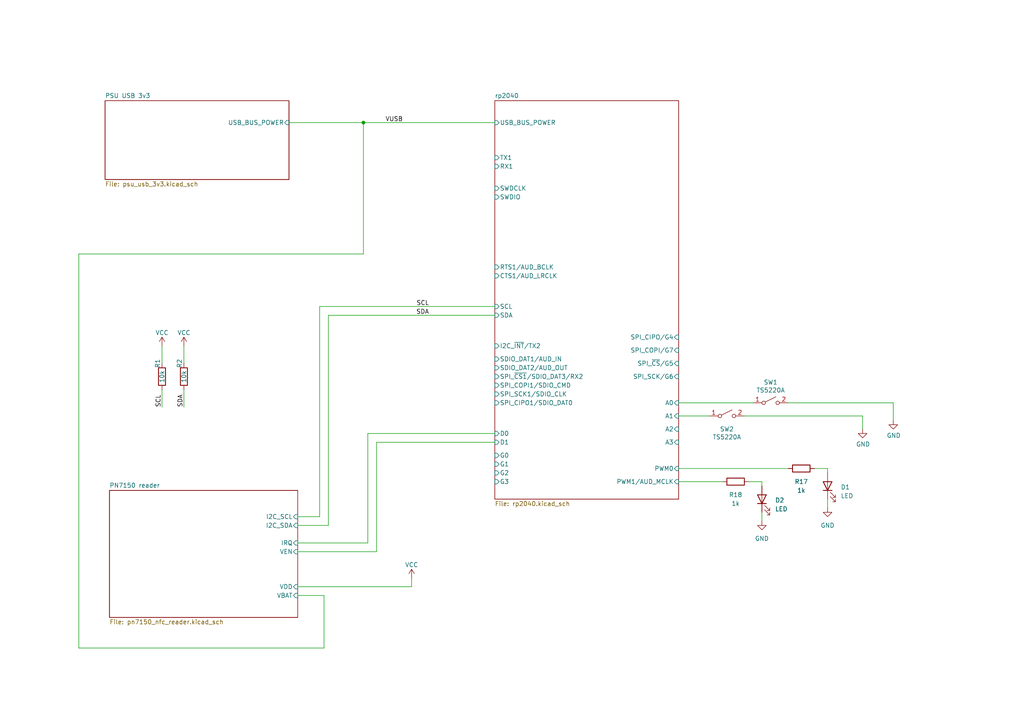
<source format=kicad_sch>
(kicad_sch (version 20230121) (generator eeschema)
  (paper "A4")
  (title_block (title "NFC PN7150 reader with RP2040") (date "2023-06-04") (rev "1.1") (comment 1 "CC-BY-SA"))
  (lib_symbols
    (symbol "Device:LED" (pin_numbers hide) (pin_names (offset 1.016) hide)
      (property "Reference" "D" (at 0 2.54 0))
      (property "Value" "LED" (at 0 -2.54 0))
      (symbol "LED_0_1"
        (polyline (pts (xy -1.27 -1.27) (xy -1.27 1.27)) (stroke (width 0.254)))
        (polyline (pts (xy -1.27 0) (xy 1.27 0)))
        (polyline (pts (xy 1.27 -1.27) (xy 1.27 1.27) (xy -1.27 0) (xy 1.27 -1.27)) (stroke (width 0.254)))
        (polyline (pts (xy -3.048 -0.762) (xy -4.572 -2.286) (xy -3.81 -2.286) (xy -4.572 -2.286) (xy -4.572 -1.524)))
        (polyline (pts (xy -1.778 -0.762) (xy -3.302 -2.286) (xy -2.54 -2.286) (xy -3.302 -2.286) (xy -3.302 -1.524)))
      )
      (symbol "LED_1_1"
        (pin passive line (at -3.81 0 0) (length 2.54) (name "K") (number "1"))
        (pin passive line (at 3.81 0 180) (length 2.54) (name "A") (number "2"))
      )
    )
    (symbol "Device:R" (pin_numbers hide) (pin_names (offset 0))
      (property "Reference" "R" (at 2.032 0 90))
      (property "Value" "R" (at 0 0 90))
      (symbol "R_0_1"
        (rectangle (start -1.016 -2.54) (end 1.016 2.54) (stroke (width 0.254)))
      )
      (symbol "R_1_1"
        (pin passive line (at 0 3.81 270) (length 1.27) (name "~") (number "1"))
        (pin passive line (at 0 -3.81 90) (length 1.27) (name "~") (number "2"))
      )
    )
    (symbol "Switch:SW_SPST" (pin_names (offset 0) hide)
      (property "Reference" "SW" (at 0 3.175 0))
      (property "Value" "SW_SPST" (at 0 -2.54 0))
      (symbol "SW_SPST_0_0"
        (circle (center -2.032 0) (radius 0.508))
        (polyline (pts (xy -1.524 0.254) (xy 1.524 1.778)))
        (circle (center 2.032 0) (radius 0.508))
      )
      (symbol "SW_SPST_1_1"
        (pin passive line (at -5.08 0 0) (length 2.54) (name "A") (number "1"))
        (pin passive line (at 5.08 0 180) (length 2.54) (name "B") (number "2"))
      )
    )
    (symbol "charliedistance-rescue:R-device" (pin_numbers hide) (pin_names (offset 0))
      (property "Reference" "R" (at 2.032 0 90))
      (property "Value" "R-device" (at 0 0 90))
      (symbol "R-device_0_1"
        (rectangle (start -1.016 -2.54) (end 1.016 2.54) (stroke (width 0.254)))
      )
      (symbol "R-device_1_1"
        (pin passive line (at 0 3.81 270) (length 1.27) (name "~") (number "1"))
        (pin passive line (at 0 -3.81 90) (length 1.27) (name "~") (number "2"))
      )
    )
    (symbol "power:GND" (power) (pin_names (offset 0))
      (property "Value" "GND" (at 0 -3.81 0))
      (symbol "GND_0_1"
        (polyline (pts (xy 0 0) (xy 0 -1.27) (xy 1.27 -1.27) (xy 0 -2.54) (xy -1.27 -1.27) (xy 0 -1.27)))
      )
      (symbol "GND_1_1"
        (pin power_in line (at 0 0 270) (length 0) hide (name "GND") (number "1"))
      )
    )
    (symbol "power:VCC" (power) (pin_names (offset 0))
      (property "Value" "VCC" (at 0 3.81 0))
      (symbol "VCC_0_1"
        (polyline (pts (xy -0.762 1.27) (xy 0 2.54)))
        (polyline (pts (xy 0 0) (xy 0 2.54)))
        (polyline (pts (xy 0 2.54) (xy 0.762 1.27)))
      )
      (symbol "VCC_1_1"
        (pin power_in line (at 0 0 90) (length 0) hide (name "VCC") (number "1"))
      )
    )
  )
  (junction (at 105.41 35.56))
  (wire (pts (xy 106.68 157.48) (xy 86.36 157.48)))
  (wire (pts (xy 196.85 116.84) (xy 218.44 116.84)))
  (wire (pts (xy 93.98 187.96) (xy 22.86 187.96)))
  (wire (pts (xy 119.38 167.64) (xy 119.38 170.18)))
  (wire (pts (xy 143.51 128.27) (xy 109.22 128.27)))
  (wire (pts (xy 220.98 148.59) (xy 220.98 151.13)))
  (wire (pts (xy 196.85 135.89) (xy 228.6 135.89)))
  (wire (pts (xy 92.71 88.9) (xy 92.71 149.86)))
  (wire (pts (xy 22.86 73.66) (xy 105.41 73.66)))
  (wire (pts (xy 217.17 139.7) (xy 220.98 139.7)))
  (wire (pts (xy 95.25 91.44) (xy 95.25 152.4)))
  (wire (pts (xy 86.36 172.72) (xy 93.98 172.72)))
  (wire (pts (xy 143.51 88.9) (xy 92.71 88.9)))
  (wire (pts (xy 109.22 128.27) (xy 109.22 160.02)))
  (wire (pts (xy 240.03 144.78) (xy 240.03 147.32)))
  (wire (pts (xy 105.41 35.56) (xy 143.51 35.56)))
  (wire (pts (xy 53.34 113.03) (xy 53.34 118.11)))
  (wire (pts (xy 196.85 120.65) (xy 205.74 120.65)))
  (wire (pts (xy 240.03 135.89) (xy 240.03 137.16)))
  (wire (pts (xy 92.71 149.86) (xy 86.36 149.86)))
  (wire (pts (xy 46.99 100.33) (xy 46.99 105.41)))
  (wire (pts (xy 95.25 152.4) (xy 86.36 152.4)))
  (wire (pts (xy 143.51 91.44) (xy 95.25 91.44)))
  (wire (pts (xy 196.85 139.7) (xy 209.55 139.7)))
  (wire (pts (xy 53.34 100.33) (xy 53.34 105.41)))
  (wire (pts (xy 220.98 139.7) (xy 220.98 140.97)))
  (wire (pts (xy 143.51 125.73) (xy 106.68 125.73)))
  (wire (pts (xy 105.41 73.66) (xy 105.41 35.56)))
  (wire (pts (xy 93.98 172.72) (xy 93.98 187.96)))
  (wire (pts (xy 46.99 113.03) (xy 46.99 118.11)))
  (wire (pts (xy 83.82 35.56) (xy 105.41 35.56)))
  (wire (pts (xy 250.19 120.65) (xy 215.9 120.65)))
  (wire (pts (xy 259.08 121.92) (xy 259.08 116.84)))
  (wire (pts (xy 109.22 160.02) (xy 86.36 160.02)))
  (wire (pts (xy 22.86 187.96) (xy 22.86 73.66)))
  (wire (pts (xy 250.19 124.46) (xy 250.19 120.65)))
  (wire (pts (xy 86.36 170.18) (xy 119.38 170.18)))
  (wire (pts (xy 259.08 116.84) (xy 228.6 116.84)))
  (wire (pts (xy 106.68 125.73) (xy 106.68 157.48)))
  (wire (pts (xy 236.22 135.89) (xy 240.03 135.89)))
  (label "VUSB" (at 111.76 35.56 0))
  (label "SCL" (at 124.46 88.9 180))
  (label "SDA" (at 53.34 118.11 90))
  (label "SDA" (at 124.46 91.44 180))
  (label "SCL" (at 46.99 118.11 90))
  (symbol (lib_id "power:VCC") (at 119.38 167.64 0) (unit 1)
    (property "Reference" "#PWR01" (effects hide))
    (property "Value" "VCC" (at 119.38 163.83 0))
  )
  (symbol (lib_id "Switch:SW_SPST") (at 210.82 120.65 0) (unit 1)
    (property "Reference" "SW2" (at 210.82 124.46 0))
    (property "Value" "TS5220A" (at 210.82 126.7714 0))
    (property "Footprint" "Button_Switch_SMD:SW_SPST_TL3342" (effects hide))
  )
  (symbol (lib_id "Device:LED") (at 220.98 144.78 90) (unit 1)
    (property "Reference" "D2" (at 224.79 145.0974 90) (effects (justify right)))
    (property "Value" "LED" (at 224.79 147.6374 90) (effects (justify right)))
    (property "Footprint" "LED_SMD:LED_0603_1608Metric" (effects hide))
  )
  (symbol (lib_id "Switch:SW_SPST") (at 223.52 116.84 0) (unit 1)
    (property "Reference" "SW1" (at 223.52 110.871 0))
    (property "Value" "TS5220A" (at 223.52 113.1824 0))
    (property "Footprint" "Button_Switch_SMD:SW_SPST_TL3342" (effects hide))
  )
  (symbol (lib_id "power:VCC") (at 53.34 100.33 0) (unit 1)
    (property "Reference" "#PWR04" (effects hide))
    (property "Value" "VCC" (at 53.34 96.52 0))
  )
  (symbol (lib_id "charliedistance-rescue:R-device") (at 46.99 109.22 0) (unit 1)
    (property "Reference" "R1" (at 45.72 105.41 90))
    (property "Value" "10k" (at 46.99 109.22 90))
    (property "Footprint" "Resistor_SMD:R_0603_1608Metric" (effects hide))
  )
  (symbol (lib_id "charliedistance-rescue:R-device") (at 53.34 109.22 0) (unit 1)
    (property "Reference" "R2" (at 52.07 105.41 90))
    (property "Value" "10k" (at 53.34 109.22 90))
    (property "Footprint" "Resistor_SMD:R_0603_1608Metric" (effects hide))
  )
  (symbol (lib_id "power:VCC") (at 46.99 100.33 0) (unit 1)
    (property "Reference" "#PWR03" (effects hide))
    (property "Value" "VCC" (at 46.99 96.52 0))
  )
  (symbol (lib_id "Device:R") (at 213.36 139.7 270) (unit 1)
    (property "Reference" "R18" (at 213.36 143.51 90))
    (property "Value" "1k" (at 213.36 146.05 90))
    (property "Footprint" "Resistor_SMD:R_0603_1608Metric" (effects hide))
  )
  (symbol (lib_id "power:GND") (at 250.19 124.46 0) (unit 1)
    (property "Reference" "#PWR017" (effects hide))
    (property "Value" "GND" (at 250.317 128.8542 0))
  )
  (symbol (lib_id "Device:LED") (at 240.03 140.97 90) (unit 1)
    (property "Reference" "D1" (at 243.84 141.2874 90) (effects (justify right)))
    (property "Value" "LED" (at 243.84 143.8274 90) (effects (justify right)))
    (property "Footprint" "LED_SMD:LED_0603_1608Metric" (effects hide))
  )
  (symbol (lib_id "power:GND") (at 259.08 121.92 0) (unit 1)
    (property "Reference" "#PWR016" (effects hide))
    (property "Value" "GND" (at 259.207 126.3142 0))
  )
  (symbol (lib_id "Device:R") (at 232.41 135.89 270) (unit 1)
    (property "Reference" "R17" (at 232.41 139.7 90))
    (property "Value" "1k" (at 232.41 142.24 90))
    (property "Footprint" "Resistor_SMD:R_0603_1608Metric" (effects hide))
  )
  (symbol (lib_id "power:GND") (at 220.98 151.13 0) (unit 1)
    (property "Reference" "#PWR02" (effects hide))
    (property "Value" "GND" (at 220.98 156.21 0))
  )
  (symbol (lib_id "power:GND") (at 240.03 147.32 0) (unit 1)
    (property "Reference" "#PWR015" (effects hide))
    (property "Value" "GND" (at 240.03 152.4 0))
  )
  (sheet (at 31.75 142.24) (size 54.61 36.83) (stroke (width 0.1524))
    (property "Sheetname" "PN7150 reader" (at 31.75 141.5284 0) (effects (justify left bottom)))
    (property "Sheetfile" "pn7150_nfc_reader.kicad_sch" (at 31.75 179.6546 0) (effects (justify left top)))
    (pin "I2C_SCL" input (at 86.36 149.86 0))
    (pin "VEN" input (at 86.36 160.02 0))
    (pin "IRQ" input (at 86.36 157.48 0))
    (pin "I2C_SDA" input (at 86.36 152.4 0))
    (pin "VDD" input (at 86.36 170.18 0))
    (pin "VBAT" input (at 86.36 172.72 0))
  )
  (sheet (at 30.48 29.21) (size 53.34 22.86) (stroke (width 0.1524))
    (property "Sheetname" "PSU USB 3v3" (at 30.48 28.4984 0) (effects (justify left bottom)))
    (property "Sheetfile" "psu_usb_3v3.kicad_sch" (at 30.48 52.6546 0) (effects (justify left top)))
    (pin "USB_BUS_POWER" input (at 83.82 35.56 0))
  )
  (sheet (at 143.51 29.21) (size 53.34 115.57) (stroke (width 0.1524))
    (property "Sheetname" "rp2040" (at 143.51 28.4984 0) (effects (justify left bottom)))
    (property "Sheetfile" "rp2040.kicad_sch" (at 143.51 145.3646 0) (effects (justify left top)))
    (pin "TX1" input (at 143.51 45.72 180))
    (pin "RX1" input (at 143.51 48.26 180))
    (pin "USB_BUS_POWER" input (at 143.51 35.56 180))
    (pin "SWDCLK" input (at 143.51 54.61 180))
    (pin "SWDIO" input (at 143.51 57.15 180))
    (pin "D0" input (at 143.51 125.73 180))
    (pin "SCL" input (at 143.51 88.9 180))
    (pin "RTS1{slash}AUD_BCLK" input (at 143.51 77.47 180))
    (pin "CTS1{slash}AUD_LRCLK" input (at 143.51 80.01 180))
    (pin "SDA" input (at 143.51 91.44 180))
    (pin "D1" input (at 143.51 128.27 180))
    (pin "I2C_~{INT}{slash}TX2" input (at 143.51 100.33 180))
    (pin "SDIO_DAT1{slash}AUD_IN" input (at 143.51 104.14 180))
    (pin "SDIO_DAT2{slash}AUD_OUT" input (at 143.51 106.68 180))
    (pin "SPI_~{CS1}{slash}SDIO_DAT3{slash}RX2" input (at 143.51 109.22 180))
    (pin "SPI_COPI1{slash}SDIO_CMD" input (at 143.51 111.76 180))
    (pin "SPI_SCK1{slash}SDIO_CLK" input (at 143.51 114.3 180))
    (pin "SPI_CIPO1{slash}SDIO_DAT0" input (at 143.51 116.84 180))
    (pin "G1" input (at 143.51 134.62 180))
    (pin "G0" input (at 143.51 132.08 180))
    (pin "G2" input (at 143.51 137.16 180))
    (pin "PWM0" input (at 196.85 135.89 0))
    (pin "A3" input (at 196.85 128.27 0))
    (pin "A0" input (at 196.85 116.84 0))
    (pin "A1" input (at 196.85 120.65 0))
    (pin "A2" input (at 196.85 124.46 0))
    (pin "SPI_SCK{slash}G6" input (at 196.85 109.22 0))
    (pin "SPI_~{CS}{slash}G5" input (at 196.85 105.41 0))
    (pin "SPI_COPI{slash}G7" input (at 196.85 101.6 0))
    (pin "PWM1{slash}AUD_MCLK" input (at 196.85 139.7 0))
    (pin "G3" input (at 143.51 139.7 180))
    (pin "SPI_CIPO{slash}G4" input (at 196.85 97.79 0))
  )
)
</source>
